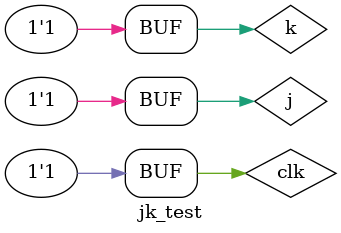
<source format=v>
`timescale 1ns / 1ps


module jk_test();
    reg j,k,clk;
    wire q,qn;
    
    jk_flip_flop uut(j,k,clk,q,qn);
    

   initial begin
    clk=1;
    j=0; k=1; #125;
    j=0; k=0; #125;
    j=1; k=0; #125;
    j=1; k=1; #125;
    end
endmodule

</source>
